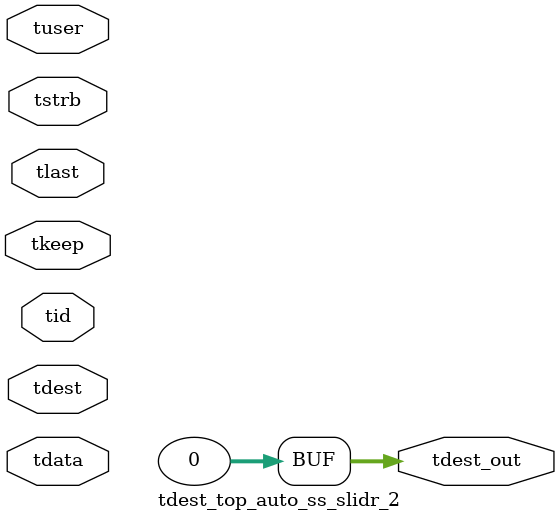
<source format=v>


`timescale 1ps/1ps

module tdest_top_auto_ss_slidr_2 #
(
parameter C_S_AXIS_TDATA_WIDTH = 32,
parameter C_S_AXIS_TUSER_WIDTH = 0,
parameter C_S_AXIS_TID_WIDTH   = 0,
parameter C_S_AXIS_TDEST_WIDTH = 0,
parameter C_M_AXIS_TDEST_WIDTH = 32
)
(
input  [(C_S_AXIS_TDATA_WIDTH == 0 ? 1 : C_S_AXIS_TDATA_WIDTH)-1:0     ] tdata,
input  [(C_S_AXIS_TUSER_WIDTH == 0 ? 1 : C_S_AXIS_TUSER_WIDTH)-1:0     ] tuser,
input  [(C_S_AXIS_TID_WIDTH   == 0 ? 1 : C_S_AXIS_TID_WIDTH)-1:0       ] tid,
input  [(C_S_AXIS_TDEST_WIDTH == 0 ? 1 : C_S_AXIS_TDEST_WIDTH)-1:0     ] tdest,
input  [(C_S_AXIS_TDATA_WIDTH/8)-1:0 ] tkeep,
input  [(C_S_AXIS_TDATA_WIDTH/8)-1:0 ] tstrb,
input                                                                    tlast,
output [C_M_AXIS_TDEST_WIDTH-1:0] tdest_out
);

assign tdest_out = {1'b0};

endmodule


</source>
